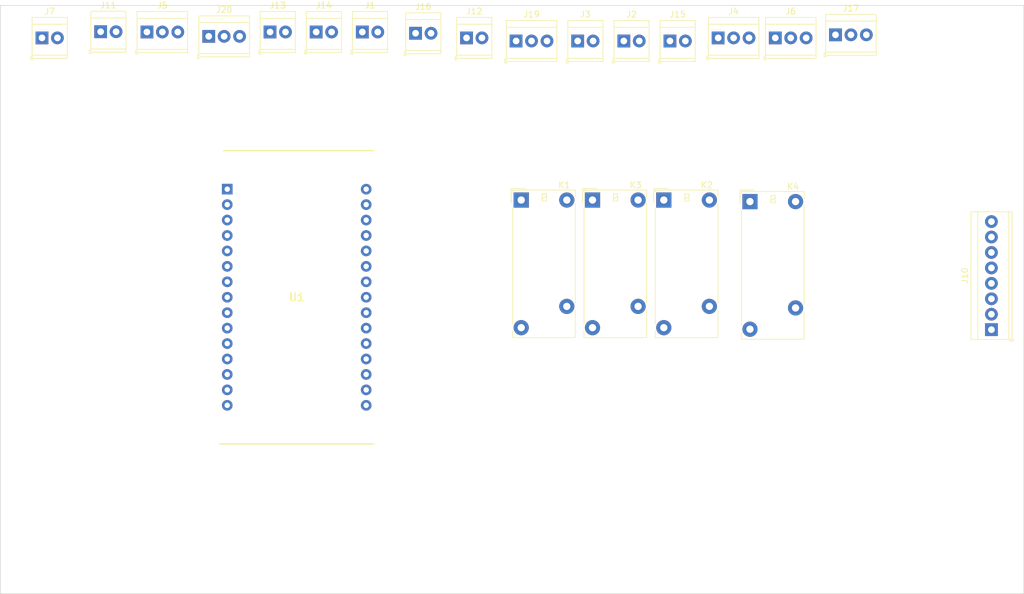
<source format=kicad_pcb>
(kicad_pcb (version 20221232) (generator pcbnew)
  (layers (0 "F.Cu" signal) (31 "B.Cu" signal) (34 "B.Paste" user) (35 "F.Paste" user) (36 "B.SilkS" user "B.Silkscreen") (37 "F.SilkS" user "F.Silkscreen") (38 "B.Mask" user) (39 "F.Mask" user) (44 "Edge.Cuts" user))
  (net 0 "")
  (footprint "TerminalBlock_TE-Connectivity:TerminalBlock_TE_282834-3_1x03_P2.54mm_Horizontal" (layer "F.Cu") (at 216.154 36.576)
    (fp_text reference "J4" (at 2.54 -4.37) (layer "F.SilkS"))
    (fp_text value "Servo 1")
    (fp_line (start -1.86 2.97) (end -1.86 3.61) (stroke (width 0.12)) (layer "F.SilkS"))
    (fp_line (start -1.86 3.61) (end -1.46 3.61) (stroke (width 0.12)) (layer "F.SilkS"))
    (fp_line (start -1.62 -3.37) (end -1.62 3.37) (stroke (width 0.12)) (layer "F.SilkS"))
    (fp_line (start -1.62 -3.37) (end 6.7 -3.37) (stroke (width 0.12)) (layer "F.SilkS"))
    (fp_line (start -1.62 -2.25) (end 6.7 -2.25) (stroke (width 0.12)) (layer "F.SilkS"))
    (fp_line (start -1.62 2.85) (end 6.7 2.85) (stroke (width 0.12)) (layer "F.SilkS"))
    (fp_line (start -1.62 3.37) (end 6.7 3.37) (stroke (width 0.12)) (layer "F.SilkS"))
    (fp_line (start 6.7 -3.37) (end 6.7 3.37) (stroke (width 0.12)) (layer "F.SilkS"))
    (pad "1" thru_hole rect (at 0 0) (size 2.1 2.1) (drill 1.1) (layers *.Cu *.Mask))
    (pad "2" thru_hole circle (at 2.54 0) (size 2.1 2.1) (drill 1.1) (layers *.Cu *.Mask))
    (pad "3" thru_hole circle (at 5.08 0) (size 2.1 2.1) (drill 1.1) (layers *.Cu *.Mask))
  )
  (footprint "Relay_THT:Relay_1P1T_NO_10x24x18.8mm_Panasonic_ADW11xxxxW_THT" (layer "F.Cu") (at 195.4785 63.2525)
    (fp_text reference "K3" (at 7.08 -2.46 180) (layer "F.SilkS"))
    (fp_text value "ADW11")
    (fp_line (start -1.65 -1.9) (end 0.75 -1.9) (stroke (width 0.12)) (layer "F.SilkS"))
    (fp_line (start -1.65 0.44) (end -1.65 -1.9) (stroke (width 0.12)) (layer "F.SilkS"))
    (fp_line (start -1.4 -1.65) (end -1.4 -1.31) (stroke (width 0.12)) (layer "F.SilkS"))
    (fp_line (start -1.4 1.31) (end -1.4 20.49) (stroke (width 0.12)) (layer "F.SilkS"))
    (fp_line (start -1.4 22.65) (end -1.4 21.51) (stroke (width 0.12)) (layer "F.SilkS"))
    (fp_line (start 3.45 -1) (end 3.45 0.2) (stroke (width 0.12)) (layer "F.SilkS"))
    (fp_line (start 3.45 -0.2) (end 4.15 -0.6) (stroke (width 0.12)) (layer "F.SilkS"))
    (fp_line (start 3.45 0.2) (end 4.15 0.2) (stroke (width 0.12)) (layer "F.SilkS"))
    (fp_line (start 4.15 -1) (end 3.45 -1) (stroke (width 0.12)) (layer "F.SilkS"))
    (fp_line (start 4.15 0.2) (end 4.15 -1) (stroke (width 0.12)) (layer "F.SilkS"))
    (fp_line (start 8.89 18.05) (end 8.9 22.65) (stroke (width 0.12)) (layer "F.SilkS"))
    (fp_line (start 8.9 -1.65) (end -1.4 -1.65) (stroke (width 0.12)) (layer "F.SilkS"))
    (fp_line (start 8.9 -1.65) (end 8.9 -0.51) (stroke (width 0.12)) (layer "F.SilkS"))
    (fp_line (start 8.9 0.51) (end 8.9 16.99) (stroke (width 0.12)) (layer "F.SilkS"))
    (fp_line (start 8.9 22.65) (end -1.4 22.65) (stroke (width 0.12)) (layer "F.SilkS"))
    (pad "1" thru_hole rect (at 0 0) (size 2.5 2.5) (drill 1.2) (layers *.Cu *.Mask))
    (pad "3" thru_hole oval (at 0 21) (size 2.5 2.5) (drill 1.2) (layers *.Cu *.Mask))
    (pad "5" thru_hole oval (at 7.5 17.5) (size 2.5 2.5) (drill 1.2) (layers *.Cu *.Mask))
    (pad "6" thru_hole oval (at 7.5 0) (size 2.5 2.5) (drill 1.2) (layers *.Cu *.Mask))
  )
  (footprint "TerminalBlock_TE-Connectivity:TerminalBlock_TE_282834-2_1x02_P2.54mm_Horizontal" (layer "F.Cu") (at 104.902 36.576)
    (fp_text reference "J7" (at 1.27 -4.37) (layer "F.SilkS"))
    (fp_text value "Su Motoru")
    (fp_line (start -1.86 2.97) (end -1.86 3.61) (stroke (width 0.12)) (layer "F.SilkS"))
    (fp_line (start -1.86 3.61) (end -1.46 3.61) (stroke (width 0.12)) (layer "F.SilkS"))
    (fp_line (start -1.62 -3.37) (end -1.62 3.37) (stroke (width 0.12)) (layer "F.SilkS"))
    (fp_line (start -1.62 -3.37) (end 4.16 -3.37) (stroke (width 0.12)) (layer "F.SilkS"))
    (fp_line (start -1.62 -2.25) (end 4.16 -2.25) (stroke (width 0.12)) (layer "F.SilkS"))
    (fp_line (start -1.62 2.85) (end 4.16 2.85) (stroke (width 0.12)) (layer "F.SilkS"))
    (fp_line (start -1.62 3.37) (end 4.16 3.37) (stroke (width 0.12)) (layer "F.SilkS"))
    (fp_line (start 4.16 -3.37) (end 4.16 3.37) (stroke (width 0.12)) (layer "F.SilkS"))
    (pad "1" thru_hole rect (at 0 0) (size 2.1 2.1) (drill 1.1) (layers *.Cu *.Mask))
    (pad "2" thru_hole circle (at 2.54 0) (size 2.1 2.1) (drill 1.1) (layers *.Cu *.Mask))
  )
  (footprint "TerminalBlock_TE-Connectivity:TerminalBlock_TE_282834-2_1x02_P2.54mm_Horizontal" (layer "F.Cu") (at 150.017 35.607)
    (fp_text reference "J14" (at 1.27 -4.37) (layer "F.SilkS"))
    (fp_text value "LDR 1")
    (fp_line (start -1.86 2.97) (end -1.86 3.61) (stroke (width 0.12)) (layer "F.SilkS"))
    (fp_line (start -1.86 3.61) (end -1.46 3.61) (stroke (width 0.12)) (layer "F.SilkS"))
    (fp_line (start -1.62 -3.37) (end -1.62 3.37) (stroke (width 0.12)) (layer "F.SilkS"))
    (fp_line (start -1.62 -3.37) (end 4.16 -3.37) (stroke (width 0.12)) (layer "F.SilkS"))
    (fp_line (start -1.62 -2.25) (end 4.16 -2.25) (stroke (width 0.12)) (layer "F.SilkS"))
    (fp_line (start -1.62 2.85) (end 4.16 2.85) (stroke (width 0.12)) (layer "F.SilkS"))
    (fp_line (start -1.62 3.37) (end 4.16 3.37) (stroke (width 0.12)) (layer "F.SilkS"))
    (fp_line (start 4.16 -3.37) (end 4.16 3.37) (stroke (width 0.12)) (layer "F.SilkS"))
    (pad "1" thru_hole rect (at 0 0) (size 2.1 2.1) (drill 1.1) (layers *.Cu *.Mask))
    (pad "2" thru_hole circle (at 2.54 0) (size 2.1 2.1) (drill 1.1) (layers *.Cu *.Mask))
  )
  (footprint "TerminalBlock_TE-Connectivity:TerminalBlock_TE_282834-2_1x02_P2.54mm_Horizontal" (layer "F.Cu") (at 208.22 37.084)
    (fp_text reference "J15" (at 1.27 -4.37) (layer "F.SilkS"))
    (fp_text value "LDR 2")
    (fp_line (start -1.86 2.97) (end -1.86 3.61) (stroke (width 0.12)) (layer "F.SilkS"))
    (fp_line (start -1.86 3.61) (end -1.46 3.61) (stroke (width 0.12)) (layer "F.SilkS"))
    (fp_line (start -1.62 -3.37) (end -1.62 3.37) (stroke (width 0.12)) (layer "F.SilkS"))
    (fp_line (start -1.62 -3.37) (end 4.16 -3.37) (stroke (width 0.12)) (layer "F.SilkS"))
    (fp_line (start -1.62 -2.25) (end 4.16 -2.25) (stroke (width 0.12)) (layer "F.SilkS"))
    (fp_line (start -1.62 2.85) (end 4.16 2.85) (stroke (width 0.12)) (layer "F.SilkS"))
    (fp_line (start -1.62 3.37) (end 4.16 3.37) (stroke (width 0.12)) (layer "F.SilkS"))
    (fp_line (start 4.16 -3.37) (end 4.16 3.37) (stroke (width 0.12)) (layer "F.SilkS"))
    (pad "1" thru_hole rect (at 0 0) (size 2.1 2.1) (drill 1.1) (layers *.Cu *.Mask))
    (pad "2" thru_hole circle (at 2.54 0) (size 2.1 2.1) (drill 1.1) (layers *.Cu *.Mask))
  )
  (footprint "TerminalBlock_TE-Connectivity:TerminalBlock_TE_282834-2_1x02_P2.54mm_Horizontal" (layer "F.Cu") (at 193.04 37.084)
    (fp_text reference "J3" (at 1.27 -4.37) (layer "F.SilkS"))
    (fp_text value "Led Grup 3")
    (fp_line (start -1.86 2.97) (end -1.86 3.61) (stroke (width 0.12)) (layer "F.SilkS"))
    (fp_line (start -1.86 3.61) (end -1.46 3.61) (stroke (width 0.12)) (layer "F.SilkS"))
    (fp_line (start -1.62 -3.37) (end -1.62 3.37) (stroke (width 0.12)) (layer "F.SilkS"))
    (fp_line (start -1.62 -3.37) (end 4.16 -3.37) (stroke (width 0.12)) (layer "F.SilkS"))
    (fp_line (start -1.62 -2.25) (end 4.16 -2.25) (stroke (width 0.12)) (layer "F.SilkS"))
    (fp_line (start -1.62 2.85) (end 4.16 2.85) (stroke (width 0.12)) (layer "F.SilkS"))
    (fp_line (start -1.62 3.37) (end 4.16 3.37) (stroke (width 0.12)) (layer "F.SilkS"))
    (fp_line (start 4.16 -3.37) (end 4.16 3.37) (stroke (width 0.12)) (layer "F.SilkS"))
    (pad "1" thru_hole rect (at 0 0) (size 2.1 2.1) (drill 1.1) (layers *.Cu *.Mask))
    (pad "2" thru_hole circle (at 2.54 0) (size 2.1 2.1) (drill 1.1) (layers *.Cu *.Mask))
  )
  (footprint "Relay_THT:Relay_1P1T_NO_10x24x18.8mm_Panasonic_ADW11xxxxW_THT" (layer "F.Cu") (at 207.2085 63.2525)
    (fp_text reference "K2" (at 7.08 -2.46 180) (layer "F.SilkS"))
    (fp_text value "ADW11")
    (fp_line (start -1.65 -1.9) (end 0.75 -1.9) (stroke (width 0.12)) (layer "F.SilkS"))
    (fp_line (start -1.65 0.44) (end -1.65 -1.9) (stroke (width 0.12)) (layer "F.SilkS"))
    (fp_line (start -1.4 -1.65) (end -1.4 -1.31) (stroke (width 0.12)) (layer "F.SilkS"))
    (fp_line (start -1.4 1.31) (end -1.4 20.49) (stroke (width 0.12)) (layer "F.SilkS"))
    (fp_line (start -1.4 22.65) (end -1.4 21.51) (stroke (width 0.12)) (layer "F.SilkS"))
    (fp_line (start 3.45 -1) (end 3.45 0.2) (stroke (width 0.12)) (layer "F.SilkS"))
    (fp_line (start 3.45 -0.2) (end 4.15 -0.6) (stroke (width 0.12)) (layer "F.SilkS"))
    (fp_line (start 3.45 0.2) (end 4.15 0.2) (stroke (width 0.12)) (layer "F.SilkS"))
    (fp_line (start 4.15 -1) (end 3.45 -1) (stroke (width 0.12)) (layer "F.SilkS"))
    (fp_line (start 4.15 0.2) (end 4.15 -1) (stroke (width 0.12)) (layer "F.SilkS"))
    (fp_line (start 8.89 18.05) (end 8.9 22.65) (stroke (width 0.12)) (layer "F.SilkS"))
    (fp_line (start 8.9 -1.65) (end -1.4 -1.65) (stroke (width 0.12)) (layer "F.SilkS"))
    (fp_line (start 8.9 -1.65) (end 8.9 -0.51) (stroke (width 0.12)) (layer "F.SilkS"))
    (fp_line (start 8.9 0.51) (end 8.9 16.99) (stroke (width 0.12)) (layer "F.SilkS"))
    (fp_line (start 8.9 22.65) (end -1.4 22.65) (stroke (width 0.12)) (layer "F.SilkS"))
    (pad "1" thru_hole rect (at 0 0) (size 2.5 2.5) (drill 1.2) (layers *.Cu *.Mask))
    (pad "3" thru_hole oval (at 0 21) (size 2.5 2.5) (drill 1.2) (layers *.Cu *.Mask))
    (pad "5" thru_hole oval (at 7.5 17.5) (size 2.5 2.5) (drill 1.2) (layers *.Cu *.Mask))
    (pad "6" thru_hole oval (at 7.5 0) (size 2.5 2.5) (drill 1.2) (layers *.Cu *.Mask))
  )
  (footprint "TerminalBlock_TE-Connectivity:TerminalBlock_TE_282834-2_1x02_P2.54mm_Horizontal" (layer "F.Cu") (at 200.63 37.084)
    (fp_text reference "J2" (at 1.27 -4.37) (layer "F.SilkS"))
    (fp_text value "Led Grup 2")
    (fp_line (start -1.86 2.97) (end -1.86 3.61) (stroke (width 0.12)) (layer "F.SilkS"))
    (fp_line (start -1.86 3.61) (end -1.46 3.61) (stroke (width 0.12)) (layer "F.SilkS"))
    (fp_line (start -1.62 -3.37) (end -1.62 3.37) (stroke (width 0.12)) (layer "F.SilkS"))
    (fp_line (start -1.62 -3.37) (end 4.16 -3.37) (stroke (width 0.12)) (layer "F.SilkS"))
    (fp_line (start -1.62 -2.25) (end 4.16 -2.25) (stroke (width 0.12)) (layer "F.SilkS"))
    (fp_line (start -1.62 2.85) (end 4.16 2.85) (stroke (width 0.12)) (layer "F.SilkS"))
    (fp_line (start -1.62 3.37) (end 4.16 3.37) (stroke (width 0.12)) (layer "F.SilkS"))
    (fp_line (start 4.16 -3.37) (end 4.16 3.37) (stroke (width 0.12)) (layer "F.SilkS"))
    (pad "1" thru_hole rect (at 0 0) (size 2.1 2.1) (drill 1.1) (layers *.Cu *.Mask))
    (pad "2" thru_hole circle (at 2.54 0) (size 2.1 2.1) (drill 1.1) (layers *.Cu *.Mask))
  )
  (footprint "Relay_THT:Relay_1P1T_NO_10x24x18.8mm_Panasonic_ADW11xxxxW_THT" (layer "F.Cu") (at 221.3865 63.5065)
    (fp_text reference "K4" (at 7.08 -2.46 180) (layer "F.SilkS"))
    (fp_text value "ADW11")
    (fp_line (start -1.65 -1.9) (end 0.75 -1.9) (stroke (width 0.12)) (layer "F.SilkS"))
    (fp_line (start -1.65 0.44) (end -1.65 -1.9) (stroke (width 0.12)) (layer "F.SilkS"))
    (fp_line (start -1.4 -1.65) (end -1.4 -1.31) (stroke (width 0.12)) (layer "F.SilkS"))
    (fp_line (start -1.4 1.31) (end -1.4 20.49) (stroke (width 0.12)) (layer "F.SilkS"))
    (fp_line (start -1.4 22.65) (end -1.4 21.51) (stroke (width 0.12)) (layer "F.SilkS"))
    (fp_line (start 3.45 -1) (end 3.45 0.2) (stroke (width 0.12)) (layer "F.SilkS"))
    (fp_line (start 3.45 -0.2) (end 4.15 -0.6) (stroke (width 0.12)) (layer "F.SilkS"))
    (fp_line (start 3.45 0.2) (end 4.15 0.2) (stroke (width 0.12)) (layer "F.SilkS"))
    (fp_line (start 4.15 -1) (end 3.45 -1) (stroke (width 0.12)) (layer "F.SilkS"))
    (fp_line (start 4.15 0.2) (end 4.15 -1) (stroke (width 0.12)) (layer "F.SilkS"))
    (fp_line (start 8.89 18.05) (end 8.9 22.65) (stroke (width 0.12)) (layer "F.SilkS"))
    (fp_line (start 8.9 -1.65) (end -1.4 -1.65) (stroke (width 0.12)) (layer "F.SilkS"))
    (fp_line (start 8.9 -1.65) (end 8.9 -0.51) (stroke (width 0.12)) (layer "F.SilkS"))
    (fp_line (start 8.9 0.51) (end 8.9 16.99) (stroke (width 0.12)) (layer "F.SilkS"))
    (fp_line (start 8.9 22.65) (end -1.4 22.65) (stroke (width 0.12)) (layer "F.SilkS"))
    (pad "1" thru_hole rect (at 0 0) (size 2.5 2.5) (drill 1.2) (layers *.Cu *.Mask))
    (pad "3" thru_hole oval (at 0 21) (size 2.5 2.5) (drill 1.2) (layers *.Cu *.Mask))
    (pad "5" thru_hole oval (at 7.5 17.5) (size 2.5 2.5) (drill 1.2) (layers *.Cu *.Mask))
    (pad "6" thru_hole oval (at 7.5 0) (size 2.5 2.5) (drill 1.2) (layers *.Cu *.Mask))
  )
  (footprint "TerminalBlock_TE-Connectivity:TerminalBlock_TE_282834-3_1x03_P2.54mm_Horizontal" (layer "F.Cu") (at 182.91 37.084)
    (fp_text reference "J19" (at 2.54 -4.37) (layer "F.SilkS"))
    (fp_text value "HC-SR501-1")
    (fp_line (start -1.86 2.97) (end -1.86 3.61) (stroke (width 0.12)) (layer "F.SilkS"))
    (fp_line (start -1.86 3.61) (end -1.46 3.61) (stroke (width 0.12)) (layer "F.SilkS"))
    (fp_line (start -1.62 -3.37) (end -1.62 3.37) (stroke (width 0.12)) (layer "F.SilkS"))
    (fp_line (start -1.62 -3.37) (end 6.7 -3.37) (stroke (width 0.12)) (layer "F.SilkS"))
    (fp_line (start -1.62 -2.25) (end 6.7 -2.25) (stroke (width 0.12)) (layer "F.SilkS"))
    (fp_line (start -1.62 2.85) (end 6.7 2.85) (stroke (width 0.12)) (layer "F.SilkS"))
    (fp_line (start -1.62 3.37) (end 6.7 3.37) (stroke (width 0.12)) (layer "F.SilkS"))
    (fp_line (start 6.7 -3.37) (end 6.7 3.37) (stroke (width 0.12)) (layer "F.SilkS"))
    (pad "1" thru_hole rect (at 0 0) (size 2.1 2.1) (drill 1.1) (layers *.Cu *.Mask))
    (pad "2" thru_hole circle (at 2.54 0) (size 2.1 2.1) (drill 1.1) (layers *.Cu *.Mask))
    (pad "3" thru_hole circle (at 5.08 0) (size 2.1 2.1) (drill 1.1) (layers *.Cu *.Mask))
  )
  (footprint "Relay_THT:Relay_1P1T_NO_10x24x18.8mm_Panasonic_ADW11xxxxW_THT" (layer "F.Cu") (at 183.7485 63.2525)
    (fp_text reference "K1" (at 7.08 -2.46 180) (layer "F.SilkS"))
    (fp_text value "ADW11")
    (fp_line (start -1.65 -1.9) (end 0.75 -1.9) (stroke (width 0.12)) (layer "F.SilkS"))
    (fp_line (start -1.65 0.44) (end -1.65 -1.9) (stroke (width 0.12)) (layer "F.SilkS"))
    (fp_line (start -1.4 -1.65) (end -1.4 -1.31) (stroke (width 0.12)) (layer "F.SilkS"))
    (fp_line (start -1.4 1.31) (end -1.4 20.49) (stroke (width 0.12)) (layer "F.SilkS"))
    (fp_line (start -1.4 22.65) (end -1.4 21.51) (stroke (width 0.12)) (layer "F.SilkS"))
    (fp_line (start 3.45 -1) (end 3.45 0.2) (stroke (width 0.12)) (layer "F.SilkS"))
    (fp_line (start 3.45 -0.2) (end 4.15 -0.6) (stroke (width 0.12)) (layer "F.SilkS"))
    (fp_line (start 3.45 0.2) (end 4.15 0.2) (stroke (width 0.12)) (layer "F.SilkS"))
    (fp_line (start 4.15 -1) (end 3.45 -1) (stroke (width 0.12)) (layer "F.SilkS"))
    (fp_line (start 4.15 0.2) (end 4.15 -1) (stroke (width 0.12)) (layer "F.SilkS"))
    (fp_line (start 8.89 18.05) (end 8.9 22.65) (stroke (width 0.12)) (layer "F.SilkS"))
    (fp_line (start 8.9 -1.65) (end -1.4 -1.65) (stroke (width 0.12)) (layer "F.SilkS"))
    (fp_line (start 8.9 -1.65) (end 8.9 -0.51) (stroke (width 0.12)) (layer "F.SilkS"))
    (fp_line (start 8.9 0.51) (end 8.9 16.99) (stroke (width 0.12)) (layer "F.SilkS"))
    (fp_line (start 8.9 22.65) (end -1.4 22.65) (stroke (width 0.12)) (layer "F.SilkS"))
    (pad "1" thru_hole rect (at 0 0) (size 2.5 2.5) (drill 1.2) (layers *.Cu *.Mask))
    (pad "3" thru_hole oval (at 0 21) (size 2.5 2.5) (drill 1.2) (layers *.Cu *.Mask))
    (pad "5" thru_hole oval (at 7.5 17.5) (size 2.5 2.5) (drill 1.2) (layers *.Cu *.Mask))
    (pad "6" thru_hole oval (at 7.5 0) (size 2.5 2.5) (drill 1.2) (layers *.Cu *.Mask))
  )
  (footprint "TerminalBlock_TE-Connectivity:TerminalBlock_TE_282834-3_1x03_P2.54mm_Horizontal" (layer "F.Cu") (at 225.552 36.576)
    (fp_text reference "J6" (at 2.54 -4.37) (layer "F.SilkS"))
    (fp_text value "Servo 3")
    (fp_line (start -1.86 2.97) (end -1.86 3.61) (stroke (width 0.12)) (layer "F.SilkS"))
    (fp_line (start -1.86 3.61) (end -1.46 3.61) (stroke (width 0.12)) (layer "F.SilkS"))
    (fp_line (start -1.62 -3.37) (end -1.62 3.37) (stroke (width 0.12)) (layer "F.SilkS"))
    (fp_line (start -1.62 -3.37) (end 6.7 -3.37) (stroke (width 0.12)) (layer "F.SilkS"))
    (fp_line (start -1.62 -2.25) (end 6.7 -2.25) (stroke (width 0.12)) (layer "F.SilkS"))
    (fp_line (start -1.62 2.85) (end 6.7 2.85) (stroke (width 0.12)) (layer "F.SilkS"))
    (fp_line (start -1.62 3.37) (end 6.7 3.37) (stroke (width 0.12)) (layer "F.SilkS"))
    (fp_line (start 6.7 -3.37) (end 6.7 3.37) (stroke (width 0.12)) (layer "F.SilkS"))
    (pad "1" thru_hole rect (at 0 0) (size 2.1 2.1) (drill 1.1) (layers *.Cu *.Mask))
    (pad "2" thru_hole circle (at 2.54 0) (size 2.1 2.1) (drill 1.1) (layers *.Cu *.Mask))
    (pad "3" thru_hole circle (at 5.08 0) (size 2.1 2.1) (drill 1.1) (layers *.Cu *.Mask))
  )
  (footprint "TerminalBlock_TE-Connectivity:TerminalBlock_TE_282834-3_1x03_P2.54mm_Horizontal" (layer "F.Cu") (at 132.334 36.322)
    (fp_text reference "J20" (at 2.54 -4.37) (layer "F.SilkS"))
    (fp_text value "HC-SR501-2")
    (fp_line (start -1.86 2.97) (end -1.86 3.61) (stroke (width 0.12)) (layer "F.SilkS"))
    (fp_line (start -1.86 3.61) (end -1.46 3.61) (stroke (width 0.12)) (layer "F.SilkS"))
    (fp_line (start -1.62 -3.37) (end -1.62 3.37) (stroke (width 0.12)) (layer "F.SilkS"))
    (fp_line (start -1.62 -3.37) (end 6.7 -3.37) (stroke (width 0.12)) (layer "F.SilkS"))
    (fp_line (start -1.62 -2.25) (end 6.7 -2.25) (stroke (width 0.12)) (layer "F.SilkS"))
    (fp_line (start -1.62 2.85) (end 6.7 2.85) (stroke (width 0.12)) (layer "F.SilkS"))
    (fp_line (start -1.62 3.37) (end 6.7 3.37) (stroke (width 0.12)) (layer "F.SilkS"))
    (fp_line (start 6.7 -3.37) (end 6.7 3.37) (stroke (width 0.12)) (layer "F.SilkS"))
    (pad "1" thru_hole rect (at 0 0) (size 2.1 2.1) (drill 1.1) (layers *.Cu *.Mask))
    (pad "2" thru_hole circle (at 2.54 0) (size 2.1 2.1) (drill 1.1) (layers *.Cu *.Mask))
    (pad "3" thru_hole circle (at 5.08 0) (size 2.1 2.1) (drill 1.1) (layers *.Cu *.Mask))
  )
  (footprint "TerminalBlock_TE-Connectivity:TerminalBlock_TE_282834-3_1x03_P2.54mm_Horizontal" (layer "F.Cu") (at 122.167 35.607)
    (fp_text reference "J5" (at 2.54 -4.37) (layer "F.SilkS"))
    (fp_text value "Servo 2")
    (fp_line (start -1.86 2.97) (end -1.86 3.61) (stroke (width 0.12)) (layer "F.SilkS"))
    (fp_line (start -1.86 3.61) (end -1.46 3.61) (stroke (width 0.12)) (layer "F.SilkS"))
    (fp_line (start -1.62 -3.37) (end -1.62 3.37) (stroke (width 0.12)) (layer "F.SilkS"))
    (fp_line (start -1.62 -3.37) (end 6.7 -3.37) (stroke (width 0.12)) (layer "F.SilkS"))
    (fp_line (start -1.62 -2.25) (end 6.7 -2.25) (stroke (width 0.12)) (layer "F.SilkS"))
    (fp_line (start -1.62 2.85) (end 6.7 2.85) (stroke (width 0.12)) (layer "F.SilkS"))
    (fp_line (start -1.62 3.37) (end 6.7 3.37) (stroke (width 0.12)) (layer "F.SilkS"))
    (fp_line (start 6.7 -3.37) (end 6.7 3.37) (stroke (width 0.12)) (layer "F.SilkS"))
    (pad "1" thru_hole rect (at 0 0) (size 2.1 2.1) (drill 1.1) (layers *.Cu *.Mask))
    (pad "2" thru_hole circle (at 2.54 0) (size 2.1 2.1) (drill 1.1) (layers *.Cu *.Mask))
    (pad "3" thru_hole circle (at 5.08 0) (size 2.1 2.1) (drill 1.1) (layers *.Cu *.Mask))
  )
  (footprint "TerminalBlock_TE-Connectivity:TerminalBlock_TE_282834-2_1x02_P2.54mm_Horizontal" (layer "F.Cu") (at 142.427 35.607)
    (fp_text reference "J13" (at 1.27 -4.37) (layer "F.SilkS"))
    (fp_text value "NTC 3")
    (fp_line (start -1.86 2.97) (end -1.86 3.61) (stroke (width 0.12)) (layer "F.SilkS"))
    (fp_line (start -1.86 3.61) (end -1.46 3.61) (stroke (width 0.12)) (layer "F.SilkS"))
    (fp_line (start -1.62 -3.37) (end -1.62 3.37) (stroke (width 0.12)) (layer "F.SilkS"))
    (fp_line (start -1.62 -3.37) (end 4.16 -3.37) (stroke (width 0.12)) (layer "F.SilkS"))
    (fp_line (start -1.62 -2.25) (end 4.16 -2.25) (stroke (width 0.12)) (layer "F.SilkS"))
    (fp_line (start -1.62 2.85) (end 4.16 2.85) (stroke (width 0.12)) (layer "F.SilkS"))
    (fp_line (start -1.62 3.37) (end 4.16 3.37) (stroke (width 0.12)) (layer "F.SilkS"))
    (fp_line (start 4.16 -3.37) (end 4.16 3.37) (stroke (width 0.12)) (layer "F.SilkS"))
    (pad "1" thru_hole rect (at 0 0) (size 2.1 2.1) (drill 1.1) (layers *.Cu *.Mask))
    (pad "2" thru_hole circle (at 2.54 0) (size 2.1 2.1) (drill 1.1) (layers *.Cu *.Mask))
  )
  (footprint "TerminalBlock_TE-Connectivity:TerminalBlock_TE_282834-2_1x02_P2.54mm_Horizontal" (layer "F.Cu") (at 174.752 36.576)
    (fp_text reference "J12" (at 1.27 -4.37) (layer "F.SilkS"))
    (fp_text value "NTC 2")
    (fp_line (start -1.86 2.97) (end -1.86 3.61) (stroke (width 0.12)) (layer "F.SilkS"))
    (fp_line (start -1.86 3.61) (end -1.46 3.61) (stroke (width 0.12)) (layer "F.SilkS"))
    (fp_line (start -1.62 -3.37) (end -1.62 3.37) (stroke (width 0.12)) (layer "F.SilkS"))
    (fp_line (start -1.62 -3.37) (end 4.16 -3.37) (stroke (width 0.12)) (layer "F.SilkS"))
    (fp_line (start -1.62 -2.25) (end 4.16 -2.25) (stroke (width 0.12)) (layer "F.SilkS"))
    (fp_line (start -1.62 2.85) (end 4.16 2.85) (stroke (width 0.12)) (layer "F.SilkS"))
    (fp_line (start -1.62 3.37) (end 4.16 3.37) (stroke (width 0.12)) (layer "F.SilkS"))
    (fp_line (start 4.16 -3.37) (end 4.16 3.37) (stroke (width 0.12)) (layer "F.SilkS"))
    (pad "1" thru_hole rect (at 0 0) (size 2.1 2.1) (drill 1.1) (layers *.Cu *.Mask))
    (pad "2" thru_hole circle (at 2.54 0) (size 2.1 2.1) (drill 1.1) (layers *.Cu *.Mask))
  )
  (footprint "TerminalBlock_TE-Connectivity:TerminalBlock_TE_282834-2_1x02_P2.54mm_Horizontal" (layer "F.Cu") (at 157.607 35.607)
    (fp_text reference "J1" (at 1.27 -4.37) (layer "F.SilkS"))
    (fp_text value "Led Grup 1")
    (fp_line (start -1.86 2.97) (end -1.86 3.61) (stroke (width 0.12)) (layer "F.SilkS"))
    (fp_line (start -1.86 3.61) (end -1.46 3.61) (stroke (width 0.12)) (layer "F.SilkS"))
    (fp_line (start -1.62 -3.37) (end -1.62 3.37) (stroke (width 0.12)) (layer "F.SilkS"))
    (fp_line (start -1.62 -3.37) (end 4.16 -3.37) (stroke (width 0.12)) (layer "F.SilkS"))
    (fp_line (start -1.62 -2.25) (end 4.16 -2.25) (stroke (width 0.12)) (layer "F.SilkS"))
    (fp_line (start -1.62 2.85) (end 4.16 2.85) (stroke (width 0.12)) (layer "F.SilkS"))
    (fp_line (start -1.62 3.37) (end 4.16 3.37) (stroke (width 0.12)) (layer "F.SilkS"))
    (fp_line (start 4.16 -3.37) (end 4.16 3.37) (stroke (width 0.12)) (layer "F.SilkS"))
    (pad "1" thru_hole rect (at 0 0) (size 2.1 2.1) (drill 1.1) (layers *.Cu *.Mask))
    (pad "2" thru_hole circle (at 2.54 0) (size 2.1 2.1) (drill 1.1) (layers *.Cu *.Mask))
  )
  (footprint "Libraries:113990105" (layer "F.Cu") (at 135.382 61.468)
    (fp_text reference "U1" (at 11.43 17.78) (layer "F.SilkS") (effects (font (size 1.27 1.27) (thickness 0.254))))
    (fp_text value "113990105" hide)
    (fp_line (start -1.27 41.91) (end 24.13 41.91) (stroke (width 0.2)) (layer "F.SilkS"))
    (fp_line (start -0.618 -6.35) (end 24.13 -6.35) (stroke (width 0.2)) (layer "F.SilkS"))
    (pad "" np_thru_hole circle locked (at 1.02 -4.06) (size 2.92 2.92) (drill 2.92) (layers *.Cu *.Mask))
    (pad "" np_thru_hole circle locked (at 1.06 39.62) (size 2.92 2.92) (drill 2.92) (layers *.Cu *.Mask))
    (pad "" np_thru_hole circle locked (at 21.8 -4.06) (size 2.92 2.92) (drill 2.92) (layers *.Cu *.Mask))
    (pad "" np_thru_hole circle locked (at 21.8 39.62) (size 2.92 2.92) (drill 2.92) (layers *.Cu *.Mask))
    (pad "1" thru_hole rect locked (at 0 0) (size 1.75 1.75) (drill 0.889) (layers *.Cu *.Mask))
    (pad "2" thru_hole circle locked (at 0 2.54) (size 1.75 1.75) (drill 0.889) (layers *.Cu *.Mask))
    (pad "3" thru_hole circle locked (at 0 5.08) (size 1.75 1.75) (drill 0.889) (layers *.Cu *.Mask))
    (pad "4" thru_hole circle locked (at 0 7.62) (size 1.75 1.75) (drill 0.889) (layers *.Cu *.Mask))
    (pad "5" thru_hole circle locked (at 0 10.16) (size 1.75 1.75) (drill 0.889) (layers *.Cu *.Mask))
    (pad "6" thru_hole circle locked (at 0 12.7) (size 1.75 1.75) (drill 0.889) (layers *.Cu *.Mask))
    (pad "7" thru_hole circle locked (at 0 15.24) (size 1.75 1.75) (drill 0.889) (layers *.Cu *.Mask))
    (pad "8" thru_hole circle locked (at 0 17.78) (size 1.75 1.75) (drill 0.889) (layers *.Cu *.Mask))
    (pad "9" thru_hole circle locked (at 0 20.32) (size 1.75 1.75) (drill 0.889) (layers *.Cu *.Mask))
    (pad "10" thru_hole circle locked (at 0 22.86) (size 1.75 1.75) (drill 0.889) (layers *.Cu *.Mask))
    (pad "11" thru_hole circle locked (at 0 25.4) (size 1.75 1.75) (drill 0.889) (layers *.Cu *.Mask))
    (pad "12" thru_hole circle locked (at 0 27.94) (size 1.75 1.75) (drill 0.889) (layers *.Cu *.Mask))
    (pad "13" thru_hole circle locked (at 0 30.48) (size 1.75 1.75) (drill 0.889) (layers *.Cu *.Mask))
    (pad "14" thru_hole circle locked (at 0 33.02) (size 1.75 1.75) (drill 0.889) (layers *.Cu *.Mask))
    (pad "15" thru_hole circle locked (at 0 35.56) (size 1.75 1.75) (drill 0.889) (layers *.Cu *.Mask))
    (pad "16" thru_hole circle locked (at 22.86 35.56) (size 1.75 1.75) (drill 0.889) (layers *.Cu *.Mask))
    (pad "17" thru_hole circle locked (at 22.86 33.02) (size 1.75 1.75) (drill 0.889) (layers *.Cu *.Mask))
    (pad "18" thru_hole circle locked (at 22.86 30.48) (size 1.75 1.75) (drill 0.889) (layers *.Cu *.Mask))
    (pad "19" thru_hole circle locked (at 22.86 27.94) (size 1.75 1.75) (drill 0.889) (layers *.Cu *.Mask))
    (pad "20" thru_hole circle locked (at 22.86 25.4) (size 1.75 1.75) (drill 0.889) (layers *.Cu *.Mask))
    (pad "21" thru_hole circle locked (at 22.86 22.86) (size 1.75 1.75) (drill 0.889) (layers *.Cu *.Mask))
    (pad "22" thru_hole circle locked (at 22.86 20.32) (size 1.75 1.75) (drill 0.889) (layers *.Cu *.Mask))
    (pad "23" thru_hole circle locked (at 22.86 17.78) (size 1.75 1.75) (drill 0.889) (layers *.Cu *.Mask))
    (pad "24" thru_hole circle locked (at 22.86 15.24) (size 1.75 1.75) (drill 0.889) (layers *.Cu *.Mask))
    (pad "25" thru_hole circle locked (at 22.86 12.7) (size 1.75 1.75) (drill 0.889) (layers *.Cu *.Mask))
    (pad "26" thru_hole circle locked (at 22.86 10.16) (size 1.75 1.75) (drill 0.889) (layers *.Cu *.Mask))
    (pad "27" thru_hole circle locked (at 22.86 7.62) (size 1.75 1.75) (drill 0.889) (layers *.Cu *.Mask))
    (pad "28" thru_hole circle locked (at 22.86 5.08) (size 1.75 1.75) (drill 0.889) (layers *.Cu *.Mask))
    (pad "29" thru_hole circle locked (at 22.86 2.54) (size 1.75 1.75) (drill 0.889) (layers *.Cu *.Mask))
    (pad "30" thru_hole circle locked (at 22.86 0) (size 1.75 1.75) (drill 0.889) (layers *.Cu *.Mask))
  )
  (footprint "TerminalBlock_TE-Connectivity:TerminalBlock_TE_282834-3_1x03_P2.54mm_Horizontal" (layer "F.Cu") (at 235.458 36.068)
    (fp_text reference "J17" (at 2.54 -4.37) (layer "F.SilkS"))
    (fp_text value "DHT11")
    (fp_line (start -1.86 2.97) (end -1.86 3.61) (stroke (width 0.12)) (layer "F.SilkS"))
    (fp_line (start -1.86 3.61) (end -1.46 3.61) (stroke (width 0.12)) (layer "F.SilkS"))
    (fp_line (start -1.62 -3.37) (end -1.62 3.37) (stroke (width 0.12)) (layer "F.SilkS"))
    (fp_line (start -1.62 -3.37) (end 6.7 -3.37) (stroke (width 0.12)) (layer "F.SilkS"))
    (fp_line (start -1.62 -2.25) (end 6.7 -2.25) (stroke (width 0.12)) (layer "F.SilkS"))
    (fp_line (start -1.62 2.85) (end 6.7 2.85) (stroke (width 0.12)) (layer "F.SilkS"))
    (fp_line (start -1.62 3.37) (end 6.7 3.37) (stroke (width 0.12)) (layer "F.SilkS"))
    (fp_line (start 6.7 -3.37) (end 6.7 3.37) (stroke (width 0.12)) (layer "F.SilkS"))
    (pad "1" thru_hole rect (at 0 0) (size 2.1 2.1) (drill 1.1) (layers *.Cu *.Mask))
    (pad "2" thru_hole circle (at 2.54 0) (size 2.1 2.1) (drill 1.1) (layers *.Cu *.Mask))
    (pad "3" thru_hole circle (at 5.08 0) (size 2.1 2.1) (drill 1.1) (layers *.Cu *.Mask))
  )
  (footprint "TerminalBlock_TE-Connectivity:TerminalBlock_TE_282834-2_1x02_P2.54mm_Horizontal" (layer "F.Cu") (at 166.37 35.814)
    (fp_text reference "J16" (at 1.27 -4.37) (layer "F.SilkS"))
    (fp_text value "LDR 3")
    (fp_line (start -1.86 2.97) (end -1.86 3.61) (stroke (width 0.12)) (layer "F.SilkS"))
    (fp_line (start -1.86 3.61) (end -1.46 3.61) (stroke (width 0.12)) (layer "F.SilkS"))
    (fp_line (start -1.62 -3.37) (end -1.62 3.37) (stroke (width 0.12)) (layer "F.SilkS"))
    (fp_line (start -1.62 -3.37) (end 4.16 -3.37) (stroke (width 0.12)) (layer "F.SilkS"))
    (fp_line (start -1.62 -2.25) (end 4.16 -2.25) (stroke (width 0.12)) (layer "F.SilkS"))
    (fp_line (start -1.62 2.85) (end 4.16 2.85) (stroke (width 0.12)) (layer "F.SilkS"))
    (fp_line (start -1.62 3.37) (end 4.16 3.37) (stroke (width 0.12)) (layer "F.SilkS"))
    (fp_line (start 4.16 -3.37) (end 4.16 3.37) (stroke (width 0.12)) (layer "F.SilkS"))
    (pad "1" thru_hole rect (at 0 0) (size 2.1 2.1) (drill 1.1) (layers *.Cu *.Mask))
    (pad "2" thru_hole circle (at 2.54 0) (size 2.1 2.1) (drill 1.1) (layers *.Cu *.Mask))
  )
  (footprint "TerminalBlock_TE-Connectivity:TerminalBlock_TE_282834-8_1x08_P2.54mm_Horizontal" (layer "F.Cu") (at 261.112 84.582 90)
    (fp_text reference "J10" (at 8.89 -4.37 90) (layer "F.SilkS"))
    (fp_text value "RFID RC522")
    (fp_line (start -1.86 2.97) (end -1.86 3.61) (stroke (width 0.12)) (layer "F.SilkS"))
    (fp_line (start -1.86 3.61) (end -1.46 3.61) (stroke (width 0.12)) (layer "F.SilkS"))
    (fp_line (start -1.62 -3.37) (end -1.62 3.37) (stroke (width 0.12)) (layer "F.SilkS"))
    (fp_line (start -1.62 -3.37) (end 19.4 -3.37) (stroke (width 0.12)) (layer "F.SilkS"))
    (fp_line (start -1.62 -2.25) (end 19.4 -2.25) (stroke (width 0.12)) (layer "F.SilkS"))
    (fp_line (start -1.62 2.85) (end 19.4 2.85) (stroke (width 0.12)) (layer "F.SilkS"))
    (fp_line (start -1.62 3.37) (end 19.4 3.37) (stroke (width 0.12)) (layer "F.SilkS"))
    (fp_line (start 19.4 -3.37) (end 19.4 3.37) (stroke (width 0.12)) (layer "F.SilkS"))
    (pad "1" thru_hole rect (at 0 0 90) (size 2.1 2.1) (drill 1.1) (layers *.Cu *.Mask))
    (pad "2" thru_hole circle (at 2.54 0 90) (size 2.1 2.1) (drill 1.1) (layers *.Cu *.Mask))
    (pad "3" thru_hole circle (at 5.08 0 90) (size 2.1 2.1) (drill 1.1) (layers *.Cu *.Mask))
    (pad "4" thru_hole circle (at 7.62 0 90) (size 2.1 2.1) (drill 1.1) (layers *.Cu *.Mask))
    (pad "5" thru_hole circle (at 10.16 0 90) (size 2.1 2.1) (drill 1.1) (layers *.Cu *.Mask))
    (pad "6" thru_hole circle (at 12.7 0 90) (size 2.1 2.1) (drill 1.1) (layers *.Cu *.Mask))
    (pad "7" thru_hole circle (at 15.24 0 90) (size 2.1 2.1) (drill 1.1) (layers *.Cu *.Mask))
    (pad "8" thru_hole circle (at 17.78 0 90) (size 2.1 2.1) (drill 1.1) (layers *.Cu *.Mask))
  )
  (footprint "TerminalBlock_TE-Connectivity:TerminalBlock_TE_282834-2_1x02_P2.54mm_Horizontal" (layer "F.Cu") (at 114.554 35.56)
    (fp_text reference "J11" (at 1.27 -4.37) (layer "F.SilkS"))
    (fp_text value "NTC 1")
    (fp_line (start -1.86 2.97) (end -1.86 3.61) (stroke (width 0.12)) (layer "F.SilkS"))
    (fp_line (start -1.86 3.61) (end -1.46 3.61) (stroke (width 0.12)) (layer "F.SilkS"))
    (fp_line (start -1.62 -3.37) (end -1.62 3.37) (stroke (width 0.12)) (layer "F.SilkS"))
    (fp_line (start -1.62 -3.37) (end 4.16 -3.37) (stroke (width 0.12)) (layer "F.SilkS"))
    (fp_line (start -1.62 -2.25) (end 4.16 -2.25) (stroke (width 0.12)) (layer "F.SilkS"))
    (fp_line (start -1.62 2.85) (end 4.16 2.85) (stroke (width 0.12)) (layer "F.SilkS"))
    (fp_line (start -1.62 3.37) (end 4.16 3.37) (stroke (width 0.12)) (layer "F.SilkS"))
    (fp_line (start 4.16 -3.37) (end 4.16 3.37) (stroke (width 0.12)) (layer "F.SilkS"))
    (pad "1" thru_hole rect (at 0 0) (size 2.1 2.1) (drill 1.1) (layers *.Cu *.Mask))
    (pad "2" thru_hole circle (at 2.54 0) (size 2.1 2.1) (drill 1.1) (layers *.Cu *.Mask))
  )
  (gr_rect (start 98.044 31.242) (end 266.446 128.016) (stroke (width 0.1)) (fill none) (layer "Edge.Cuts"))
)
</source>
